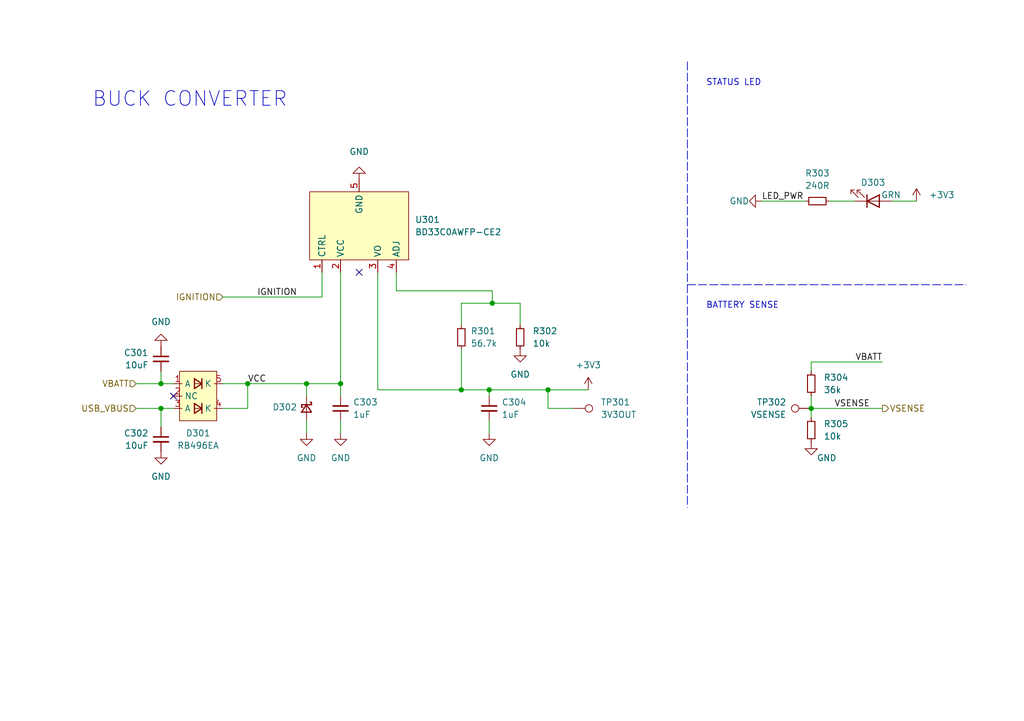
<source format=kicad_sch>
(kicad_sch (version 20211123) (generator eeschema)
  (paper "A5")
  (title_block (title "${Title}") (date "2022-06-24") (rev "${Revision}") (company "Connor Rigby") (comment 1 "https://github.com/miata-bot/can-link") (comment 2 "https://cone.codes"))
  (lib_symbols
    (symbol "ConeCodes:BD33C0AWFP-CE2"
      (property "Reference" "U" (at 12.7 8.89 0))
      (property "Value" "BD33C0AWFP-CE2" (at 12.7 11.43 0))
      (symbol "BD33C0AWFP-CE2_0_0"
        (pin input line (at -7.62 -7.62 90) (length 2.54) (name "CTRL") (number "1"))
        (pin power_in line (at -3.81 -7.62 90) (length 2.54) (name "VCC") (number "2"))
        (pin power_out line (at 3.81 -7.62 90) (length 2.54) (name "VO") (number "3"))
        (pin input line (at 7.62 -7.62 90) (length 2.54) (name "ADJ") (number "4"))
        (pin power_in line (at 0 11.43 270) (length 2.54) (name "GND") (number "5"))
      )
      (symbol "BD33C0AWFP-CE2_0_1"
        (rectangle (start -10.16 8.89) (end 10.16 -5.08) (fill (type background)))
      )
    )
    (symbol "ConeCodes:RB496EA"
      (property "Reference" "D" (at 3.81 -1.27 0))
      (property "Value" "RB496EA" (at -1.27 -1.27 0))
      (property "MPN" "RB496EA" (at -1.27 -1.27 0))
      (symbol "RB496EA_0_1"
        (rectangle (start -3.81 -2.54) (end 3.81 -12.7) (fill (type background)))
        (polyline (pts (xy 0.762 -10.16) (xy -0.762 -10.16)))
        (polyline (pts (xy 0.762 -9.144) (xy 0.762 -11.176)) (stroke (width 0.254)))
        (polyline (pts (xy 0.762 -5.08) (xy -0.762 -5.08)))
        (polyline (pts (xy 0.762 -4.064) (xy 0.762 -6.096)) (stroke (width 0.254)))
        (polyline (pts (xy -0.762 -9.144) (xy 0.762 -10.16) (xy -0.762 -11.176) (xy -0.762 -9.144)) (stroke (width 0.254)))
        (polyline (pts (xy -0.762 -4.064) (xy 0.762 -5.08) (xy -0.762 -6.096) (xy -0.762 -4.064)) (stroke (width 0.254)))
      )
      (symbol "RB496EA_1_1"
        (pin passive line (at -5.08 -5.08 0) (length 1.778) (name "A") (number "1"))
        (pin no_connect line (at -5.08 -7.62 0) (length 1.778) (name "NC") (number "2"))
        (pin passive line (at -5.08 -10.16 0) (length 1.778) (name "A") (number "3"))
        (pin passive line (at 5.08 -10.16 180) (length 1.778) (name "K") (number "4"))
        (pin passive line (at 5.08 -5.08 180) (length 1.778) (name "K") (number "5"))
      )
    )
    (symbol "Connector:TestPoint" (pin_numbers hide) (pin_names (offset 0.762) hide)
      (property "Reference" "TP" (at 0 6.858 0))
      (property "Value" "TestPoint" (at 0 5.08 0))
      (symbol "TestPoint_0_1"
        (circle (center 0 3.302) (radius 0.762))
      )
      (symbol "TestPoint_1_1"
        (pin passive line (at 0 0 90) (length 2.54) (name "1") (number "1"))
      )
    )
    (symbol "Device:C_Small" (pin_numbers hide) (pin_names (offset 0.254) hide)
      (property "Reference" "C" (at 0.254 1.778 0))
      (property "Value" "C_Small" (at 0.254 -2.032 0))
      (symbol "C_Small_0_1"
        (polyline (pts (xy -1.524 -0.508) (xy 1.524 -0.508)) (stroke (width 0.3302)))
        (polyline (pts (xy -1.524 0.508) (xy 1.524 0.508)) (stroke (width 0.3048)))
      )
      (symbol "C_Small_1_1"
        (pin passive line (at 0 2.54 270) (length 2.032) (name "~") (number "1"))
        (pin passive line (at 0 -2.54 90) (length 2.032) (name "~") (number "2"))
      )
    )
    (symbol "Device:D_Schottky_Small" (pin_numbers hide) (pin_names (offset 0.254) hide)
      (property "Reference" "D" (at -1.27 2.032 0))
      (property "Value" "D_Schottky_Small" (at -7.112 -2.032 0))
      (symbol "D_Schottky_Small_0_1"
        (polyline (pts (xy -0.762 0) (xy 0.762 0)))
        (polyline (pts (xy 0.762 -1.016) (xy -0.762 0) (xy 0.762 1.016) (xy 0.762 -1.016)) (stroke (width 0.254)))
        (polyline (pts (xy -1.27 0.762) (xy -1.27 1.016) (xy -0.762 1.016) (xy -0.762 -1.016) (xy -0.254 -1.016) (xy -0.254 -0.762)) (stroke (width 0.254)))
      )
      (symbol "D_Schottky_Small_1_1"
        (pin passive line (at -2.54 0 0) (length 1.778) (name "K") (number "1"))
        (pin passive line (at 2.54 0 180) (length 1.778) (name "A") (number "2"))
      )
    )
    (symbol "Device:LED" (pin_numbers hide) (pin_names (offset 1.016) hide)
      (property "Reference" "D" (at 0 2.54 0))
      (property "Value" "LED" (at 0 -2.54 0))
      (symbol "LED_0_1"
        (polyline (pts (xy -1.27 -1.27) (xy -1.27 1.27)) (stroke (width 0.254)))
        (polyline (pts (xy -1.27 0) (xy 1.27 0)))
        (polyline (pts (xy 1.27 -1.27) (xy 1.27 1.27) (xy -1.27 0) (xy 1.27 -1.27)) (stroke (width 0.254)))
        (polyline (pts (xy -3.048 -0.762) (xy -4.572 -2.286) (xy -3.81 -2.286) (xy -4.572 -2.286) (xy -4.572 -1.524)))
        (polyline (pts (xy -1.778 -0.762) (xy -3.302 -2.286) (xy -2.54 -2.286) (xy -3.302 -2.286) (xy -3.302 -1.524)))
      )
      (symbol "LED_1_1"
        (pin passive line (at -3.81 0 0) (length 2.54) (name "K") (number "1"))
        (pin passive line (at 3.81 0 180) (length 2.54) (name "A") (number "2"))
      )
    )
    (symbol "Device:R_Small" (pin_numbers hide) (pin_names (offset 0.254) hide)
      (property "Reference" "R" (at 0.762 0.508 0))
      (property "Value" "R_Small" (at 0.762 -1.016 0))
      (symbol "R_Small_0_1"
        (rectangle (start -0.762 1.778) (end 0.762 -1.778) (stroke (width 0.2032)))
      )
      (symbol "R_Small_1_1"
        (pin passive line (at 0 2.54 270) (length 0.762) (name "~") (number "1"))
        (pin passive line (at 0 -2.54 90) (length 0.762) (name "~") (number "2"))
      )
    )
    (symbol "power:+3V3" (power) (pin_names (offset 0))
      (property "Value" "+3V3" (at 0 3.556 0))
      (symbol "+3V3_0_1"
        (polyline (pts (xy -0.762 1.27) (xy 0 2.54)))
        (polyline (pts (xy 0 0) (xy 0 2.54)))
        (polyline (pts (xy 0 2.54) (xy 0.762 1.27)))
      )
      (symbol "+3V3_1_1"
        (pin power_in line (at 0 0 90) (length 0) hide (name "+3V3") (number "1"))
      )
    )
    (symbol "power:GND" (power) (pin_names (offset 0))
      (property "Value" "GND" (at 0 -3.81 0))
      (symbol "GND_0_1"
        (polyline (pts (xy 0 0) (xy 0 -1.27) (xy 1.27 -1.27) (xy 0 -2.54) (xy -1.27 -1.27) (xy 0 -1.27)))
      )
      (symbol "GND_1_1"
        (pin power_in line (at 0 0 270) (length 0) hide (name "GND") (number "1"))
      )
    )
  )
  (junction (at 112.395 80.01))
  (junction (at 166.37 83.82))
  (junction (at 50.8 78.74))
  (junction (at 69.85 78.74))
  (junction (at 62.865 78.74))
  (junction (at 94.615 80.01))
  (junction (at 33.02 78.74))
  (junction (at 33.02 83.82))
  (junction (at 100.965 62.23))
  (junction (at 100.33 80.01))
  (no_connect (at 73.66 55.88))
  (no_connect (at 35.56 81.28))
  (wire (pts (xy 33.02 76.2) (xy 33.02 78.74)))
  (wire (pts (xy 100.965 59.69) (xy 81.28 59.69)))
  (wire (pts (xy 62.865 78.74) (xy 69.85 78.74)))
  (wire (pts (xy 170.18 41.275) (xy 175.26 41.275)))
  (wire (pts (xy 100.965 62.23) (xy 106.68 62.23)))
  (wire (pts (xy 27.94 78.74) (xy 33.02 78.74)))
  (wire (pts (xy 62.865 81.28) (xy 62.865 78.74)))
  (wire (pts (xy 117.475 83.82) (xy 112.395 83.82)))
  (wire (pts (xy 94.615 62.23) (xy 100.965 62.23)))
  (wire (pts (xy 166.37 83.82) (xy 180.975 83.82)))
  (wire (pts (xy 166.37 74.295) (xy 166.37 76.2)))
  (wire (pts (xy 69.85 55.88) (xy 69.85 78.74)))
  (wire (pts (xy 33.02 87.63) (xy 33.02 83.82)))
  (wire (pts (xy 106.68 62.23) (xy 106.68 66.675)))
  (wire (pts (xy 77.47 55.88) (xy 77.47 80.01)))
  (wire (pts (xy 180.975 74.295) (xy 166.37 74.295)))
  (wire (pts (xy 156.21 41.275) (xy 165.1 41.275)))
  (polyline (pts (xy 140.97 12.7) (xy 140.97 104.14)))
  (wire (pts (xy 50.8 83.82) (xy 50.8 78.74)))
  (wire (pts (xy 77.47 80.01) (xy 94.615 80.01)))
  (wire (pts (xy 100.33 88.9) (xy 100.33 86.36)))
  (wire (pts (xy 100.965 62.23) (xy 100.965 59.69)))
  (wire (pts (xy 45.72 78.74) (xy 50.8 78.74)))
  (wire (pts (xy 33.02 83.82) (xy 35.56 83.82)))
  (wire (pts (xy 112.395 83.82) (xy 112.395 80.01)))
  (wire (pts (xy 45.72 60.96) (xy 66.04 60.96)))
  (wire (pts (xy 50.8 78.74) (xy 62.865 78.74)))
  (wire (pts (xy 27.94 83.82) (xy 33.02 83.82)))
  (wire (pts (xy 45.72 83.82) (xy 50.8 83.82)))
  (wire (pts (xy 166.37 85.725) (xy 166.37 83.82)))
  (wire (pts (xy 94.615 66.675) (xy 94.615 62.23)))
  (wire (pts (xy 100.33 81.28) (xy 100.33 80.01)))
  (polyline (pts (xy 140.97 58.42) (xy 198.12 58.42)))
  (wire (pts (xy 66.04 55.88) (xy 66.04 60.96)))
  (wire (pts (xy 62.865 86.36) (xy 62.865 88.9)))
  (wire (pts (xy 81.28 55.88) (xy 81.28 59.69)))
  (wire (pts (xy 69.85 81.28) (xy 69.85 78.74)))
  (wire (pts (xy 112.395 80.01) (xy 120.65 80.01)))
  (wire (pts (xy 69.85 88.9) (xy 69.85 86.36)))
  (wire (pts (xy 94.615 80.01) (xy 100.33 80.01)))
  (wire (pts (xy 33.02 78.74) (xy 35.56 78.74)))
  (wire (pts (xy 100.33 80.01) (xy 112.395 80.01)))
  (wire (pts (xy 182.88 41.275) (xy 187.96 41.275)))
  (wire (pts (xy 166.37 83.82) (xy 166.37 81.28)))
  (wire (pts (xy 94.615 71.755) (xy 94.615 80.01)))
  (text "STATUS LED" (at 144.78 17.78 0) (effects (font (size 1.27 1.27)) (justify left bottom)))
  (text "BUCK CONVERTER" (at 59.055 22.225 180) (effects (font (size 3 3)) (justify right bottom)))
  (text "BATTERY SENSE" (at 144.78 63.5 0) (effects (font (size 1.27 1.27)) (justify left bottom)))
  (label "VCC" (at 50.8 78.74 0))
  (label "VSENSE" (at 178.435 83.82 180))
  (label "IGNITION" (at 52.705 60.96 0))
  (label "VBATT" (at 180.975 74.295 180))
  (label "LED_PWR" (at 156.21 41.275 0))
  (hierarchical_label "IGNITION" (shape input) (at 45.72 60.96 180))
  (hierarchical_label "VSENSE" (shape output) (at 180.975 83.82 0))
  (hierarchical_label "USB_VBUS" (shape input) (at 27.94 83.82 180))
  (hierarchical_label "VBATT" (shape input) (at 27.94 78.74 180))
  (symbol (lib_id "power:GND") (at 106.68 71.755 0) (unit 1)
    (property "Reference" "#PWR060" (effects hide))
    (property "Value" "GND" (at 106.68 76.835 0))
  )
  (symbol (lib_id "power:GND") (at 33.02 92.71 0) (unit 1)
    (property "Reference" "#PWR065" (effects hide))
    (property "Value" "GND" (at 33.02 97.79 0))
  )
  (symbol (lib_id "power:GND") (at 33.02 71.12 180) (unit 1)
    (property "Reference" "#PWR061" (effects hide))
    (property "Value" "GND" (at 33.02 66.04 0))
  )
  (symbol (lib_id "power:+3V3") (at 120.65 80.01 0) (unit 1)
    (property "Reference" "#PWR062" (effects hide))
    (property "Value" "+3V3" (at 120.65 74.93 0))
  )
  (symbol (lib_id "power:GND") (at 156.21 41.275 270) (unit 1)
    (property "Reference" "#PWR058" (effects hide))
    (property "Value" "GND" (at 153.67 41.2749 90) (effects (justify right)))
  )
  (symbol (lib_id "Device:R_Small") (at 166.37 78.74 0) (unit 1)
    (property "Reference" "R304" (at 168.91 77.4699 0) (effects (justify left)))
    (property "Value" "36k" (at 168.91 80.0099 0) (effects (justify left)))
    (property "Footprint" "Resistor_SMD:R_0402_1005Metric" (effects hide))
    (property "MPN" "RC0402FR-0736KL" (effects hide))
    (property "Description" "RES 36K OHM 5% 1/16W 0402" (effects hide))
  )
  (symbol (lib_id "Device:C_Small") (at 69.85 83.82 180) (unit 1)
    (property "Reference" "C303" (at 72.39 82.5435 0) (effects (justify right)))
    (property "Value" "1uF" (at 72.39 85.0835 0) (effects (justify right)))
    (property "Footprint" "Capacitor_SMD:C_0805_2012Metric" (effects hide))
  )
  (symbol (lib_id "power:GND") (at 62.865 88.9 0) (unit 1)
    (property "Reference" "#PWR063" (effects hide))
    (property "Value" "GND" (at 62.865 93.98 0))
  )
  (symbol (lib_id "power:GND") (at 100.33 88.9 0) (unit 1)
    (property "Reference" "#PWR0103" (effects hide))
    (property "Value" "GND" (at 100.33 93.98 0))
  )
  (symbol (lib_id "Device:C_Small") (at 33.02 73.66 0) (unit 1)
    (property "Reference" "C301" (at 30.48 72.3962 0) (effects (justify right)))
    (property "Value" "10uF" (at 30.48 74.9362 0) (effects (justify right)))
    (property "Footprint" "Capacitor_SMD:C_0805_2012Metric" (effects hide))
    (property "Description" "CAP CER 10UF 10V 0805" (effects hide))
    (property "MPN" "GRT21BC81A106KE01L" (effects hide))
  )
  (symbol (lib_id "Connector:TestPoint") (at 117.475 83.82 270) (unit 1) (in_bom no)
    (property "Reference" "TP301" (at 123.19 82.5499 90) (effects (justify left)))
    (property "Value" "3V3OUT" (at 123.19 85.0899 90) (effects (justify left)))
    (property "Footprint" "TestPoint:TestPoint_Pad_D1.0mm" (effects hide))
  )
  (symbol (lib_id "Device:R_Small") (at 94.615 69.215 0) (unit 1)
    (property "Reference" "R301" (at 96.52 67.9449 0) (effects (justify left)))
    (property "Value" "56.7k" (at 96.52 70.4849 0) (effects (justify left)))
    (property "Footprint" "Resistor_SMD:R_0805_2012Metric" (effects hide))
    (property "Description" "RES 57.6K OHM 1% 1/8W 0805" (effects hide))
    (property "MPN" "RMCF0805FT57K6" (effects hide))
  )
  (symbol (lib_id "ConeCodes:BD33C0AWFP-CE2") (at 73.66 48.26 0) (unit 1)
    (property "Reference" "U301" (at 85.09 45.0849 0) (effects (justify left)))
    (property "Value" "BD33C0AWFP-CE2" (at 85.09 47.6249 0) (effects (justify left)))
    (property "Footprint" "ConeCodes:BD33C0AWFP-CE2" (effects hide))
    (property "MPN" "BD33C0AWFP-CE2" (effects hide))
  )
  (symbol (lib_id "ConeCodes:RB496EA") (at 40.64 73.66 0) (unit 1)
    (property "Reference" "D301" (at 40.64 88.9 0))
    (property "Value" "RB496EA" (at 40.64 91.44 0))
    (property "Footprint" "Package_TO_SOT_SMD:SOT-23-5" (effects hide))
    (property "MPN" "RB496EA" (effects hide))
  )
  (symbol (lib_id "power:GND") (at 69.85 88.9 0) (unit 1)
    (property "Reference" "#PWR064" (effects hide))
    (property "Value" "GND" (at 69.85 93.98 0))
  )
  (symbol (lib_id "Device:C_Small") (at 100.33 83.82 0) (unit 1)
    (property "Reference" "C304" (at 102.87 82.5562 0) (effects (justify left)))
    (property "Value" "1uF" (at 102.87 85.0962 0) (effects (justify left)))
    (property "Footprint" "Capacitor_SMD:C_0805_2012Metric" (effects hide))
  )
  (symbol (lib_id "Device:LED") (at 179.07 41.275 0) (mirror x) (unit 1)
    (property "Reference" "D303" (at 181.61 37.465 0) (effects (justify right)))
    (property "Value" "GRN" (at 184.785 40.005 0) (effects (justify right)))
    (property "Footprint" "LED_SMD:LED_0603_1608Metric" (effects hide))
    (property "MPN" "QBLP601-2IR4" (effects hide))
    (property "Description" "LED GREEN CLEAR 0603 SMD" (effects hide))
  )
  (symbol (lib_id "Device:R_Small") (at 167.64 41.275 270) (unit 1)
    (property "Reference" "R303" (at 167.64 35.56 90))
    (property "Value" "240R" (at 167.64 38.1 90))
    (property "Footprint" "Resistor_SMD:R_0603_1608Metric" (effects hide))
    (property "MPN" "RMCF0402JT240R" (effects hide))
    (property "Description" "RES 240 OHM 5% 1/16W 0402" (effects hide))
  )
  (symbol (lib_id "Device:R_Small") (at 166.37 88.265 0) (unit 1)
    (property "Reference" "R305" (at 168.91 86.9949 0) (effects (justify left)))
    (property "Value" "10k" (at 168.91 89.5349 0) (effects (justify left)))
    (property "Footprint" "Resistor_SMD:R_0402_1005Metric" (effects hide))
    (property "MPN" "RMCF0402JT10K0" (effects hide))
    (property "Description" "RES 10K OHM 5% 1/16W 0402" (effects hide))
  )
  (symbol (lib_id "Device:D_Schottky_Small") (at 62.865 83.82 270) (unit 1)
    (property "Reference" "D302" (at 60.96 83.5659 90) (effects (justify right)))
    (property "Value" "D_Schottky_Small" (effects hide))
    (property "Footprint" "Diode_SMD:D_SMA" (effects hide))
    (property "MPN" "BYS10-45HE3_A/H" (effects hide))
  )
  (symbol (lib_id "power:GND") (at 166.37 90.805 0) (unit 1)
    (property "Reference" "#PWR066" (effects hide))
    (property "Value" "GND" (at 169.545 93.98 0))
  )
  (symbol (lib_id "power:+3V3") (at 187.96 41.275 0) (unit 1)
    (property "Reference" "#PWR059" (effects hide))
    (property "Value" "+3V3" (at 190.5 40.0049 0) (effects (justify left)))
  )
  (symbol (lib_id "Connector:TestPoint") (at 166.37 83.82 90) (unit 1) (in_bom no)
    (property "Reference" "TP302" (at 161.29 82.5499 90) (effects (justify left)))
    (property "Value" "VSENSE" (at 161.29 85.0899 90) (effects (justify left)))
    (property "Footprint" "TestPoint:TestPoint_Pad_D1.0mm" (effects hide))
  )
  (symbol (lib_id "power:GND") (at 73.66 36.83 180) (unit 1)
    (property "Reference" "#PWR057" (effects hide))
    (property "Value" "GND" (at 73.66 31.115 0))
  )
  (symbol (lib_id "Device:C_Small") (at 33.02 90.17 0) (unit 1)
    (property "Reference" "C302" (at 30.48 88.9062 0) (effects (justify right)))
    (property "Value" "10uF" (at 30.48 91.4462 0) (effects (justify right)))
    (property "Footprint" "Capacitor_SMD:C_0805_2012Metric" (effects hide))
    (property "Description" "CAP CER 10UF 10V 0805" (effects hide))
    (property "MPN" "GRT21BC81A106KE01L" (effects hide))
  )
  (symbol (lib_id "Device:R_Small") (at 106.68 69.215 0) (unit 1)
    (property "Reference" "R302" (at 109.22 67.9449 0) (effects (justify left)))
    (property "Value" "10k" (at 109.22 70.4849 0) (effects (justify left)))
    (property "Footprint" "Resistor_SMD:R_0805_2012Metric" (effects hide))
    (property "Description" "RES 10K OHM 1% 1/4W 0805" (effects hide))
    (property "MPN" "RNCP0805FTD10K0" (effects hide))
  )
)
</source>
